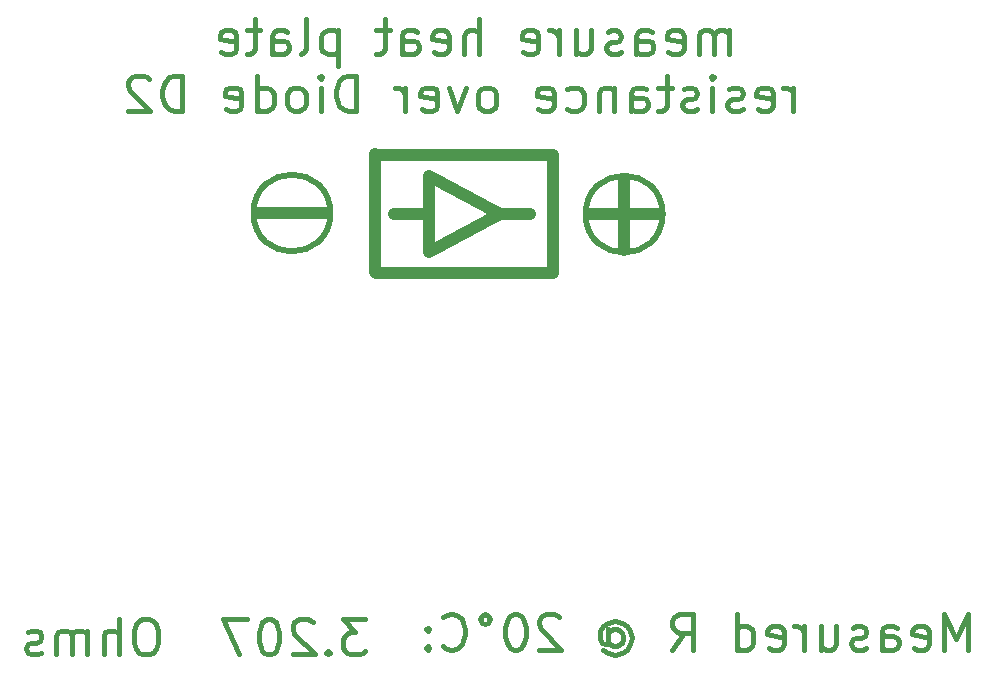
<source format=gbr>
%TF.GenerationSoftware,KiCad,Pcbnew,8.0.8*%
%TF.CreationDate,2025-01-24T10:54:45+05:30*%
%TF.ProjectId,heatPlate,68656174-506c-4617-9465-2e6b69636164,rev?*%
%TF.SameCoordinates,Original*%
%TF.FileFunction,Legend,Bot*%
%TF.FilePolarity,Positive*%
%FSLAX46Y46*%
G04 Gerber Fmt 4.6, Leading zero omitted, Abs format (unit mm)*
G04 Created by KiCad (PCBNEW 8.0.8) date 2025-01-24 10:54:45*
%MOMM*%
%LPD*%
G01*
G04 APERTURE LIST*
%ADD10C,1.000000*%
%ADD11C,0.500000*%
%ADD12C,0.400000*%
G04 APERTURE END LIST*
D10*
X124700000Y-147000000D02*
X109700000Y-147000000D01*
X133700000Y-142000000D02*
X127700000Y-142000000D01*
X105580000Y-141910000D02*
X99580000Y-141910000D01*
X130700000Y-145000000D02*
X130700000Y-139000000D01*
X124700000Y-137000000D02*
X109700000Y-137000000D01*
X114200000Y-145250000D02*
X114200000Y-138750000D01*
X109580000Y-146910000D02*
X109580000Y-136910000D01*
X114200000Y-138750000D02*
X120200000Y-142000000D01*
D11*
X133950000Y-142000000D02*
G75*
G02*
X127450000Y-142000000I-3250000J0D01*
G01*
X127450000Y-142000000D02*
G75*
G02*
X133950000Y-142000000I3250000J0D01*
G01*
D10*
X119700000Y-142000000D02*
X122700000Y-142000000D01*
D11*
X105830000Y-141910000D02*
G75*
G02*
X99330000Y-141910000I-3250000J0D01*
G01*
X99330000Y-141910000D02*
G75*
G02*
X105830000Y-141910000I3250000J0D01*
G01*
D10*
X124700000Y-147000000D02*
X124700000Y-137000000D01*
X120200000Y-142000000D02*
X114200000Y-145250000D01*
X114200000Y-142000000D02*
X111200000Y-142000000D01*
D12*
X108778870Y-176277057D02*
X106921727Y-176277057D01*
X106921727Y-176277057D02*
X107921727Y-177419914D01*
X107921727Y-177419914D02*
X107493156Y-177419914D01*
X107493156Y-177419914D02*
X107207442Y-177562771D01*
X107207442Y-177562771D02*
X107064584Y-177705628D01*
X107064584Y-177705628D02*
X106921727Y-177991342D01*
X106921727Y-177991342D02*
X106921727Y-178705628D01*
X106921727Y-178705628D02*
X107064584Y-178991342D01*
X107064584Y-178991342D02*
X107207442Y-179134200D01*
X107207442Y-179134200D02*
X107493156Y-179277057D01*
X107493156Y-179277057D02*
X108350299Y-179277057D01*
X108350299Y-179277057D02*
X108636013Y-179134200D01*
X108636013Y-179134200D02*
X108778870Y-178991342D01*
X105636013Y-178991342D02*
X105493156Y-179134200D01*
X105493156Y-179134200D02*
X105636013Y-179277057D01*
X105636013Y-179277057D02*
X105778870Y-179134200D01*
X105778870Y-179134200D02*
X105636013Y-178991342D01*
X105636013Y-178991342D02*
X105636013Y-179277057D01*
X104350299Y-176562771D02*
X104207442Y-176419914D01*
X104207442Y-176419914D02*
X103921728Y-176277057D01*
X103921728Y-176277057D02*
X103207442Y-176277057D01*
X103207442Y-176277057D02*
X102921728Y-176419914D01*
X102921728Y-176419914D02*
X102778870Y-176562771D01*
X102778870Y-176562771D02*
X102636013Y-176848485D01*
X102636013Y-176848485D02*
X102636013Y-177134200D01*
X102636013Y-177134200D02*
X102778870Y-177562771D01*
X102778870Y-177562771D02*
X104493156Y-179277057D01*
X104493156Y-179277057D02*
X102636013Y-179277057D01*
X100778870Y-176277057D02*
X100493156Y-176277057D01*
X100493156Y-176277057D02*
X100207442Y-176419914D01*
X100207442Y-176419914D02*
X100064585Y-176562771D01*
X100064585Y-176562771D02*
X99921727Y-176848485D01*
X99921727Y-176848485D02*
X99778870Y-177419914D01*
X99778870Y-177419914D02*
X99778870Y-178134200D01*
X99778870Y-178134200D02*
X99921727Y-178705628D01*
X99921727Y-178705628D02*
X100064585Y-178991342D01*
X100064585Y-178991342D02*
X100207442Y-179134200D01*
X100207442Y-179134200D02*
X100493156Y-179277057D01*
X100493156Y-179277057D02*
X100778870Y-179277057D01*
X100778870Y-179277057D02*
X101064585Y-179134200D01*
X101064585Y-179134200D02*
X101207442Y-178991342D01*
X101207442Y-178991342D02*
X101350299Y-178705628D01*
X101350299Y-178705628D02*
X101493156Y-178134200D01*
X101493156Y-178134200D02*
X101493156Y-177419914D01*
X101493156Y-177419914D02*
X101350299Y-176848485D01*
X101350299Y-176848485D02*
X101207442Y-176562771D01*
X101207442Y-176562771D02*
X101064585Y-176419914D01*
X101064585Y-176419914D02*
X100778870Y-176277057D01*
X98778870Y-176277057D02*
X96778870Y-176277057D01*
X96778870Y-176277057D02*
X98064584Y-179277057D01*
X90493156Y-176277057D02*
X89921728Y-176277057D01*
X89921728Y-176277057D02*
X89636013Y-176419914D01*
X89636013Y-176419914D02*
X89350299Y-176705628D01*
X89350299Y-176705628D02*
X89207442Y-177277057D01*
X89207442Y-177277057D02*
X89207442Y-178277057D01*
X89207442Y-178277057D02*
X89350299Y-178848485D01*
X89350299Y-178848485D02*
X89636013Y-179134200D01*
X89636013Y-179134200D02*
X89921728Y-179277057D01*
X89921728Y-179277057D02*
X90493156Y-179277057D01*
X90493156Y-179277057D02*
X90778871Y-179134200D01*
X90778871Y-179134200D02*
X91064585Y-178848485D01*
X91064585Y-178848485D02*
X91207442Y-178277057D01*
X91207442Y-178277057D02*
X91207442Y-177277057D01*
X91207442Y-177277057D02*
X91064585Y-176705628D01*
X91064585Y-176705628D02*
X90778871Y-176419914D01*
X90778871Y-176419914D02*
X90493156Y-176277057D01*
X87921728Y-179277057D02*
X87921728Y-176277057D01*
X86636014Y-179277057D02*
X86636014Y-177705628D01*
X86636014Y-177705628D02*
X86778871Y-177419914D01*
X86778871Y-177419914D02*
X87064585Y-177277057D01*
X87064585Y-177277057D02*
X87493156Y-177277057D01*
X87493156Y-177277057D02*
X87778871Y-177419914D01*
X87778871Y-177419914D02*
X87921728Y-177562771D01*
X85207442Y-179277057D02*
X85207442Y-177277057D01*
X85207442Y-177562771D02*
X85064585Y-177419914D01*
X85064585Y-177419914D02*
X84778870Y-177277057D01*
X84778870Y-177277057D02*
X84350299Y-177277057D01*
X84350299Y-177277057D02*
X84064585Y-177419914D01*
X84064585Y-177419914D02*
X83921728Y-177705628D01*
X83921728Y-177705628D02*
X83921728Y-179277057D01*
X83921728Y-177705628D02*
X83778870Y-177419914D01*
X83778870Y-177419914D02*
X83493156Y-177277057D01*
X83493156Y-177277057D02*
X83064585Y-177277057D01*
X83064585Y-177277057D02*
X82778870Y-177419914D01*
X82778870Y-177419914D02*
X82636013Y-177705628D01*
X82636013Y-177705628D02*
X82636013Y-179277057D01*
X81350299Y-179134200D02*
X81064585Y-179277057D01*
X81064585Y-179277057D02*
X80493156Y-179277057D01*
X80493156Y-179277057D02*
X80207442Y-179134200D01*
X80207442Y-179134200D02*
X80064585Y-178848485D01*
X80064585Y-178848485D02*
X80064585Y-178705628D01*
X80064585Y-178705628D02*
X80207442Y-178419914D01*
X80207442Y-178419914D02*
X80493156Y-178277057D01*
X80493156Y-178277057D02*
X80921728Y-178277057D01*
X80921728Y-178277057D02*
X81207442Y-178134200D01*
X81207442Y-178134200D02*
X81350299Y-177848485D01*
X81350299Y-177848485D02*
X81350299Y-177705628D01*
X81350299Y-177705628D02*
X81207442Y-177419914D01*
X81207442Y-177419914D02*
X80921728Y-177277057D01*
X80921728Y-177277057D02*
X80493156Y-177277057D01*
X80493156Y-177277057D02*
X80207442Y-177419914D01*
X159791728Y-178867057D02*
X159791728Y-175867057D01*
X159791728Y-175867057D02*
X158791728Y-178009914D01*
X158791728Y-178009914D02*
X157791728Y-175867057D01*
X157791728Y-175867057D02*
X157791728Y-178867057D01*
X155220300Y-178724200D02*
X155506014Y-178867057D01*
X155506014Y-178867057D02*
X156077443Y-178867057D01*
X156077443Y-178867057D02*
X156363157Y-178724200D01*
X156363157Y-178724200D02*
X156506014Y-178438485D01*
X156506014Y-178438485D02*
X156506014Y-177295628D01*
X156506014Y-177295628D02*
X156363157Y-177009914D01*
X156363157Y-177009914D02*
X156077443Y-176867057D01*
X156077443Y-176867057D02*
X155506014Y-176867057D01*
X155506014Y-176867057D02*
X155220300Y-177009914D01*
X155220300Y-177009914D02*
X155077443Y-177295628D01*
X155077443Y-177295628D02*
X155077443Y-177581342D01*
X155077443Y-177581342D02*
X156506014Y-177867057D01*
X152506014Y-178867057D02*
X152506014Y-177295628D01*
X152506014Y-177295628D02*
X152648871Y-177009914D01*
X152648871Y-177009914D02*
X152934585Y-176867057D01*
X152934585Y-176867057D02*
X153506014Y-176867057D01*
X153506014Y-176867057D02*
X153791728Y-177009914D01*
X152506014Y-178724200D02*
X152791728Y-178867057D01*
X152791728Y-178867057D02*
X153506014Y-178867057D01*
X153506014Y-178867057D02*
X153791728Y-178724200D01*
X153791728Y-178724200D02*
X153934585Y-178438485D01*
X153934585Y-178438485D02*
X153934585Y-178152771D01*
X153934585Y-178152771D02*
X153791728Y-177867057D01*
X153791728Y-177867057D02*
X153506014Y-177724200D01*
X153506014Y-177724200D02*
X152791728Y-177724200D01*
X152791728Y-177724200D02*
X152506014Y-177581342D01*
X151220299Y-178724200D02*
X150934585Y-178867057D01*
X150934585Y-178867057D02*
X150363156Y-178867057D01*
X150363156Y-178867057D02*
X150077442Y-178724200D01*
X150077442Y-178724200D02*
X149934585Y-178438485D01*
X149934585Y-178438485D02*
X149934585Y-178295628D01*
X149934585Y-178295628D02*
X150077442Y-178009914D01*
X150077442Y-178009914D02*
X150363156Y-177867057D01*
X150363156Y-177867057D02*
X150791728Y-177867057D01*
X150791728Y-177867057D02*
X151077442Y-177724200D01*
X151077442Y-177724200D02*
X151220299Y-177438485D01*
X151220299Y-177438485D02*
X151220299Y-177295628D01*
X151220299Y-177295628D02*
X151077442Y-177009914D01*
X151077442Y-177009914D02*
X150791728Y-176867057D01*
X150791728Y-176867057D02*
X150363156Y-176867057D01*
X150363156Y-176867057D02*
X150077442Y-177009914D01*
X147363157Y-176867057D02*
X147363157Y-178867057D01*
X148648871Y-176867057D02*
X148648871Y-178438485D01*
X148648871Y-178438485D02*
X148506014Y-178724200D01*
X148506014Y-178724200D02*
X148220299Y-178867057D01*
X148220299Y-178867057D02*
X147791728Y-178867057D01*
X147791728Y-178867057D02*
X147506014Y-178724200D01*
X147506014Y-178724200D02*
X147363157Y-178581342D01*
X145934585Y-178867057D02*
X145934585Y-176867057D01*
X145934585Y-177438485D02*
X145791728Y-177152771D01*
X145791728Y-177152771D02*
X145648871Y-177009914D01*
X145648871Y-177009914D02*
X145363156Y-176867057D01*
X145363156Y-176867057D02*
X145077442Y-176867057D01*
X142934585Y-178724200D02*
X143220299Y-178867057D01*
X143220299Y-178867057D02*
X143791728Y-178867057D01*
X143791728Y-178867057D02*
X144077442Y-178724200D01*
X144077442Y-178724200D02*
X144220299Y-178438485D01*
X144220299Y-178438485D02*
X144220299Y-177295628D01*
X144220299Y-177295628D02*
X144077442Y-177009914D01*
X144077442Y-177009914D02*
X143791728Y-176867057D01*
X143791728Y-176867057D02*
X143220299Y-176867057D01*
X143220299Y-176867057D02*
X142934585Y-177009914D01*
X142934585Y-177009914D02*
X142791728Y-177295628D01*
X142791728Y-177295628D02*
X142791728Y-177581342D01*
X142791728Y-177581342D02*
X144220299Y-177867057D01*
X140220299Y-178867057D02*
X140220299Y-175867057D01*
X140220299Y-178724200D02*
X140506013Y-178867057D01*
X140506013Y-178867057D02*
X141077441Y-178867057D01*
X141077441Y-178867057D02*
X141363156Y-178724200D01*
X141363156Y-178724200D02*
X141506013Y-178581342D01*
X141506013Y-178581342D02*
X141648870Y-178295628D01*
X141648870Y-178295628D02*
X141648870Y-177438485D01*
X141648870Y-177438485D02*
X141506013Y-177152771D01*
X141506013Y-177152771D02*
X141363156Y-177009914D01*
X141363156Y-177009914D02*
X141077441Y-176867057D01*
X141077441Y-176867057D02*
X140506013Y-176867057D01*
X140506013Y-176867057D02*
X140220299Y-177009914D01*
X134791727Y-178867057D02*
X135791727Y-177438485D01*
X136506013Y-178867057D02*
X136506013Y-175867057D01*
X136506013Y-175867057D02*
X135363156Y-175867057D01*
X135363156Y-175867057D02*
X135077441Y-176009914D01*
X135077441Y-176009914D02*
X134934584Y-176152771D01*
X134934584Y-176152771D02*
X134791727Y-176438485D01*
X134791727Y-176438485D02*
X134791727Y-176867057D01*
X134791727Y-176867057D02*
X134934584Y-177152771D01*
X134934584Y-177152771D02*
X135077441Y-177295628D01*
X135077441Y-177295628D02*
X135363156Y-177438485D01*
X135363156Y-177438485D02*
X136506013Y-177438485D01*
X129363156Y-177438485D02*
X129506013Y-177295628D01*
X129506013Y-177295628D02*
X129791727Y-177152771D01*
X129791727Y-177152771D02*
X130077442Y-177152771D01*
X130077442Y-177152771D02*
X130363156Y-177295628D01*
X130363156Y-177295628D02*
X130506013Y-177438485D01*
X130506013Y-177438485D02*
X130648870Y-177724200D01*
X130648870Y-177724200D02*
X130648870Y-178009914D01*
X130648870Y-178009914D02*
X130506013Y-178295628D01*
X130506013Y-178295628D02*
X130363156Y-178438485D01*
X130363156Y-178438485D02*
X130077442Y-178581342D01*
X130077442Y-178581342D02*
X129791727Y-178581342D01*
X129791727Y-178581342D02*
X129506013Y-178438485D01*
X129506013Y-178438485D02*
X129363156Y-178295628D01*
X129363156Y-177152771D02*
X129363156Y-178295628D01*
X129363156Y-178295628D02*
X129220299Y-178438485D01*
X129220299Y-178438485D02*
X129077442Y-178438485D01*
X129077442Y-178438485D02*
X128791727Y-178295628D01*
X128791727Y-178295628D02*
X128648870Y-178009914D01*
X128648870Y-178009914D02*
X128648870Y-177295628D01*
X128648870Y-177295628D02*
X128934585Y-176867057D01*
X128934585Y-176867057D02*
X129363156Y-176581342D01*
X129363156Y-176581342D02*
X129934585Y-176438485D01*
X129934585Y-176438485D02*
X130506013Y-176581342D01*
X130506013Y-176581342D02*
X130934585Y-176867057D01*
X130934585Y-176867057D02*
X131220299Y-177295628D01*
X131220299Y-177295628D02*
X131363156Y-177867057D01*
X131363156Y-177867057D02*
X131220299Y-178438485D01*
X131220299Y-178438485D02*
X130934585Y-178867057D01*
X130934585Y-178867057D02*
X130506013Y-179152771D01*
X130506013Y-179152771D02*
X129934585Y-179295628D01*
X129934585Y-179295628D02*
X129363156Y-179152771D01*
X129363156Y-179152771D02*
X128934585Y-178867057D01*
X125220299Y-176152771D02*
X125077442Y-176009914D01*
X125077442Y-176009914D02*
X124791728Y-175867057D01*
X124791728Y-175867057D02*
X124077442Y-175867057D01*
X124077442Y-175867057D02*
X123791728Y-176009914D01*
X123791728Y-176009914D02*
X123648870Y-176152771D01*
X123648870Y-176152771D02*
X123506013Y-176438485D01*
X123506013Y-176438485D02*
X123506013Y-176724200D01*
X123506013Y-176724200D02*
X123648870Y-177152771D01*
X123648870Y-177152771D02*
X125363156Y-178867057D01*
X125363156Y-178867057D02*
X123506013Y-178867057D01*
X121648870Y-175867057D02*
X121363156Y-175867057D01*
X121363156Y-175867057D02*
X121077442Y-176009914D01*
X121077442Y-176009914D02*
X120934585Y-176152771D01*
X120934585Y-176152771D02*
X120791727Y-176438485D01*
X120791727Y-176438485D02*
X120648870Y-177009914D01*
X120648870Y-177009914D02*
X120648870Y-177724200D01*
X120648870Y-177724200D02*
X120791727Y-178295628D01*
X120791727Y-178295628D02*
X120934585Y-178581342D01*
X120934585Y-178581342D02*
X121077442Y-178724200D01*
X121077442Y-178724200D02*
X121363156Y-178867057D01*
X121363156Y-178867057D02*
X121648870Y-178867057D01*
X121648870Y-178867057D02*
X121934585Y-178724200D01*
X121934585Y-178724200D02*
X122077442Y-178581342D01*
X122077442Y-178581342D02*
X122220299Y-178295628D01*
X122220299Y-178295628D02*
X122363156Y-177724200D01*
X122363156Y-177724200D02*
X122363156Y-177009914D01*
X122363156Y-177009914D02*
X122220299Y-176438485D01*
X122220299Y-176438485D02*
X122077442Y-176152771D01*
X122077442Y-176152771D02*
X121934585Y-176009914D01*
X121934585Y-176009914D02*
X121648870Y-175867057D01*
X118934584Y-175867057D02*
X119220299Y-176009914D01*
X119220299Y-176009914D02*
X119363156Y-176295628D01*
X119363156Y-176295628D02*
X119220299Y-176581342D01*
X119220299Y-176581342D02*
X118934584Y-176724200D01*
X118934584Y-176724200D02*
X118648870Y-176581342D01*
X118648870Y-176581342D02*
X118506013Y-176295628D01*
X118506013Y-176295628D02*
X118648870Y-176009914D01*
X118648870Y-176009914D02*
X118934584Y-175867057D01*
X115363156Y-178581342D02*
X115506013Y-178724200D01*
X115506013Y-178724200D02*
X115934585Y-178867057D01*
X115934585Y-178867057D02*
X116220299Y-178867057D01*
X116220299Y-178867057D02*
X116648870Y-178724200D01*
X116648870Y-178724200D02*
X116934585Y-178438485D01*
X116934585Y-178438485D02*
X117077442Y-178152771D01*
X117077442Y-178152771D02*
X117220299Y-177581342D01*
X117220299Y-177581342D02*
X117220299Y-177152771D01*
X117220299Y-177152771D02*
X117077442Y-176581342D01*
X117077442Y-176581342D02*
X116934585Y-176295628D01*
X116934585Y-176295628D02*
X116648870Y-176009914D01*
X116648870Y-176009914D02*
X116220299Y-175867057D01*
X116220299Y-175867057D02*
X115934585Y-175867057D01*
X115934585Y-175867057D02*
X115506013Y-176009914D01*
X115506013Y-176009914D02*
X115363156Y-176152771D01*
X114077442Y-178581342D02*
X113934585Y-178724200D01*
X113934585Y-178724200D02*
X114077442Y-178867057D01*
X114077442Y-178867057D02*
X114220299Y-178724200D01*
X114220299Y-178724200D02*
X114077442Y-178581342D01*
X114077442Y-178581342D02*
X114077442Y-178867057D01*
X114077442Y-177009914D02*
X113934585Y-177152771D01*
X113934585Y-177152771D02*
X114077442Y-177295628D01*
X114077442Y-177295628D02*
X114220299Y-177152771D01*
X114220299Y-177152771D02*
X114077442Y-177009914D01*
X114077442Y-177009914D02*
X114077442Y-177295628D01*
X139592858Y-128452141D02*
X139592858Y-126452141D01*
X139592858Y-126737855D02*
X139450001Y-126594998D01*
X139450001Y-126594998D02*
X139164286Y-126452141D01*
X139164286Y-126452141D02*
X138735715Y-126452141D01*
X138735715Y-126452141D02*
X138450001Y-126594998D01*
X138450001Y-126594998D02*
X138307144Y-126880712D01*
X138307144Y-126880712D02*
X138307144Y-128452141D01*
X138307144Y-126880712D02*
X138164286Y-126594998D01*
X138164286Y-126594998D02*
X137878572Y-126452141D01*
X137878572Y-126452141D02*
X137450001Y-126452141D01*
X137450001Y-126452141D02*
X137164286Y-126594998D01*
X137164286Y-126594998D02*
X137021429Y-126880712D01*
X137021429Y-126880712D02*
X137021429Y-128452141D01*
X134450001Y-128309284D02*
X134735715Y-128452141D01*
X134735715Y-128452141D02*
X135307144Y-128452141D01*
X135307144Y-128452141D02*
X135592858Y-128309284D01*
X135592858Y-128309284D02*
X135735715Y-128023569D01*
X135735715Y-128023569D02*
X135735715Y-126880712D01*
X135735715Y-126880712D02*
X135592858Y-126594998D01*
X135592858Y-126594998D02*
X135307144Y-126452141D01*
X135307144Y-126452141D02*
X134735715Y-126452141D01*
X134735715Y-126452141D02*
X134450001Y-126594998D01*
X134450001Y-126594998D02*
X134307144Y-126880712D01*
X134307144Y-126880712D02*
X134307144Y-127166426D01*
X134307144Y-127166426D02*
X135735715Y-127452141D01*
X131735715Y-128452141D02*
X131735715Y-126880712D01*
X131735715Y-126880712D02*
X131878572Y-126594998D01*
X131878572Y-126594998D02*
X132164286Y-126452141D01*
X132164286Y-126452141D02*
X132735715Y-126452141D01*
X132735715Y-126452141D02*
X133021429Y-126594998D01*
X131735715Y-128309284D02*
X132021429Y-128452141D01*
X132021429Y-128452141D02*
X132735715Y-128452141D01*
X132735715Y-128452141D02*
X133021429Y-128309284D01*
X133021429Y-128309284D02*
X133164286Y-128023569D01*
X133164286Y-128023569D02*
X133164286Y-127737855D01*
X133164286Y-127737855D02*
X133021429Y-127452141D01*
X133021429Y-127452141D02*
X132735715Y-127309284D01*
X132735715Y-127309284D02*
X132021429Y-127309284D01*
X132021429Y-127309284D02*
X131735715Y-127166426D01*
X130450000Y-128309284D02*
X130164286Y-128452141D01*
X130164286Y-128452141D02*
X129592857Y-128452141D01*
X129592857Y-128452141D02*
X129307143Y-128309284D01*
X129307143Y-128309284D02*
X129164286Y-128023569D01*
X129164286Y-128023569D02*
X129164286Y-127880712D01*
X129164286Y-127880712D02*
X129307143Y-127594998D01*
X129307143Y-127594998D02*
X129592857Y-127452141D01*
X129592857Y-127452141D02*
X130021429Y-127452141D01*
X130021429Y-127452141D02*
X130307143Y-127309284D01*
X130307143Y-127309284D02*
X130450000Y-127023569D01*
X130450000Y-127023569D02*
X130450000Y-126880712D01*
X130450000Y-126880712D02*
X130307143Y-126594998D01*
X130307143Y-126594998D02*
X130021429Y-126452141D01*
X130021429Y-126452141D02*
X129592857Y-126452141D01*
X129592857Y-126452141D02*
X129307143Y-126594998D01*
X126592858Y-126452141D02*
X126592858Y-128452141D01*
X127878572Y-126452141D02*
X127878572Y-128023569D01*
X127878572Y-128023569D02*
X127735715Y-128309284D01*
X127735715Y-128309284D02*
X127450000Y-128452141D01*
X127450000Y-128452141D02*
X127021429Y-128452141D01*
X127021429Y-128452141D02*
X126735715Y-128309284D01*
X126735715Y-128309284D02*
X126592858Y-128166426D01*
X125164286Y-128452141D02*
X125164286Y-126452141D01*
X125164286Y-127023569D02*
X125021429Y-126737855D01*
X125021429Y-126737855D02*
X124878572Y-126594998D01*
X124878572Y-126594998D02*
X124592857Y-126452141D01*
X124592857Y-126452141D02*
X124307143Y-126452141D01*
X122164286Y-128309284D02*
X122450000Y-128452141D01*
X122450000Y-128452141D02*
X123021429Y-128452141D01*
X123021429Y-128452141D02*
X123307143Y-128309284D01*
X123307143Y-128309284D02*
X123450000Y-128023569D01*
X123450000Y-128023569D02*
X123450000Y-126880712D01*
X123450000Y-126880712D02*
X123307143Y-126594998D01*
X123307143Y-126594998D02*
X123021429Y-126452141D01*
X123021429Y-126452141D02*
X122450000Y-126452141D01*
X122450000Y-126452141D02*
X122164286Y-126594998D01*
X122164286Y-126594998D02*
X122021429Y-126880712D01*
X122021429Y-126880712D02*
X122021429Y-127166426D01*
X122021429Y-127166426D02*
X123450000Y-127452141D01*
X118450000Y-128452141D02*
X118450000Y-125452141D01*
X117164286Y-128452141D02*
X117164286Y-126880712D01*
X117164286Y-126880712D02*
X117307143Y-126594998D01*
X117307143Y-126594998D02*
X117592857Y-126452141D01*
X117592857Y-126452141D02*
X118021428Y-126452141D01*
X118021428Y-126452141D02*
X118307143Y-126594998D01*
X118307143Y-126594998D02*
X118450000Y-126737855D01*
X114592857Y-128309284D02*
X114878571Y-128452141D01*
X114878571Y-128452141D02*
X115450000Y-128452141D01*
X115450000Y-128452141D02*
X115735714Y-128309284D01*
X115735714Y-128309284D02*
X115878571Y-128023569D01*
X115878571Y-128023569D02*
X115878571Y-126880712D01*
X115878571Y-126880712D02*
X115735714Y-126594998D01*
X115735714Y-126594998D02*
X115450000Y-126452141D01*
X115450000Y-126452141D02*
X114878571Y-126452141D01*
X114878571Y-126452141D02*
X114592857Y-126594998D01*
X114592857Y-126594998D02*
X114450000Y-126880712D01*
X114450000Y-126880712D02*
X114450000Y-127166426D01*
X114450000Y-127166426D02*
X115878571Y-127452141D01*
X111878571Y-128452141D02*
X111878571Y-126880712D01*
X111878571Y-126880712D02*
X112021428Y-126594998D01*
X112021428Y-126594998D02*
X112307142Y-126452141D01*
X112307142Y-126452141D02*
X112878571Y-126452141D01*
X112878571Y-126452141D02*
X113164285Y-126594998D01*
X111878571Y-128309284D02*
X112164285Y-128452141D01*
X112164285Y-128452141D02*
X112878571Y-128452141D01*
X112878571Y-128452141D02*
X113164285Y-128309284D01*
X113164285Y-128309284D02*
X113307142Y-128023569D01*
X113307142Y-128023569D02*
X113307142Y-127737855D01*
X113307142Y-127737855D02*
X113164285Y-127452141D01*
X113164285Y-127452141D02*
X112878571Y-127309284D01*
X112878571Y-127309284D02*
X112164285Y-127309284D01*
X112164285Y-127309284D02*
X111878571Y-127166426D01*
X110878570Y-126452141D02*
X109735713Y-126452141D01*
X110449999Y-125452141D02*
X110449999Y-128023569D01*
X110449999Y-128023569D02*
X110307142Y-128309284D01*
X110307142Y-128309284D02*
X110021427Y-128452141D01*
X110021427Y-128452141D02*
X109735713Y-128452141D01*
X106449999Y-126452141D02*
X106449999Y-129452141D01*
X106449999Y-126594998D02*
X106164285Y-126452141D01*
X106164285Y-126452141D02*
X105592856Y-126452141D01*
X105592856Y-126452141D02*
X105307142Y-126594998D01*
X105307142Y-126594998D02*
X105164285Y-126737855D01*
X105164285Y-126737855D02*
X105021427Y-127023569D01*
X105021427Y-127023569D02*
X105021427Y-127880712D01*
X105021427Y-127880712D02*
X105164285Y-128166426D01*
X105164285Y-128166426D02*
X105307142Y-128309284D01*
X105307142Y-128309284D02*
X105592856Y-128452141D01*
X105592856Y-128452141D02*
X106164285Y-128452141D01*
X106164285Y-128452141D02*
X106449999Y-128309284D01*
X103307141Y-128452141D02*
X103592856Y-128309284D01*
X103592856Y-128309284D02*
X103735713Y-128023569D01*
X103735713Y-128023569D02*
X103735713Y-125452141D01*
X100878570Y-128452141D02*
X100878570Y-126880712D01*
X100878570Y-126880712D02*
X101021427Y-126594998D01*
X101021427Y-126594998D02*
X101307141Y-126452141D01*
X101307141Y-126452141D02*
X101878570Y-126452141D01*
X101878570Y-126452141D02*
X102164284Y-126594998D01*
X100878570Y-128309284D02*
X101164284Y-128452141D01*
X101164284Y-128452141D02*
X101878570Y-128452141D01*
X101878570Y-128452141D02*
X102164284Y-128309284D01*
X102164284Y-128309284D02*
X102307141Y-128023569D01*
X102307141Y-128023569D02*
X102307141Y-127737855D01*
X102307141Y-127737855D02*
X102164284Y-127452141D01*
X102164284Y-127452141D02*
X101878570Y-127309284D01*
X101878570Y-127309284D02*
X101164284Y-127309284D01*
X101164284Y-127309284D02*
X100878570Y-127166426D01*
X99878569Y-126452141D02*
X98735712Y-126452141D01*
X99449998Y-125452141D02*
X99449998Y-128023569D01*
X99449998Y-128023569D02*
X99307141Y-128309284D01*
X99307141Y-128309284D02*
X99021426Y-128452141D01*
X99021426Y-128452141D02*
X98735712Y-128452141D01*
X96592855Y-128309284D02*
X96878569Y-128452141D01*
X96878569Y-128452141D02*
X97449998Y-128452141D01*
X97449998Y-128452141D02*
X97735712Y-128309284D01*
X97735712Y-128309284D02*
X97878569Y-128023569D01*
X97878569Y-128023569D02*
X97878569Y-126880712D01*
X97878569Y-126880712D02*
X97735712Y-126594998D01*
X97735712Y-126594998D02*
X97449998Y-126452141D01*
X97449998Y-126452141D02*
X96878569Y-126452141D01*
X96878569Y-126452141D02*
X96592855Y-126594998D01*
X96592855Y-126594998D02*
X96449998Y-126880712D01*
X96449998Y-126880712D02*
X96449998Y-127166426D01*
X96449998Y-127166426D02*
X97878569Y-127452141D01*
X145021429Y-133281973D02*
X145021429Y-131281973D01*
X145021429Y-131853401D02*
X144878572Y-131567687D01*
X144878572Y-131567687D02*
X144735715Y-131424830D01*
X144735715Y-131424830D02*
X144450000Y-131281973D01*
X144450000Y-131281973D02*
X144164286Y-131281973D01*
X142021429Y-133139116D02*
X142307143Y-133281973D01*
X142307143Y-133281973D02*
X142878572Y-133281973D01*
X142878572Y-133281973D02*
X143164286Y-133139116D01*
X143164286Y-133139116D02*
X143307143Y-132853401D01*
X143307143Y-132853401D02*
X143307143Y-131710544D01*
X143307143Y-131710544D02*
X143164286Y-131424830D01*
X143164286Y-131424830D02*
X142878572Y-131281973D01*
X142878572Y-131281973D02*
X142307143Y-131281973D01*
X142307143Y-131281973D02*
X142021429Y-131424830D01*
X142021429Y-131424830D02*
X141878572Y-131710544D01*
X141878572Y-131710544D02*
X141878572Y-131996258D01*
X141878572Y-131996258D02*
X143307143Y-132281973D01*
X140735714Y-133139116D02*
X140450000Y-133281973D01*
X140450000Y-133281973D02*
X139878571Y-133281973D01*
X139878571Y-133281973D02*
X139592857Y-133139116D01*
X139592857Y-133139116D02*
X139450000Y-132853401D01*
X139450000Y-132853401D02*
X139450000Y-132710544D01*
X139450000Y-132710544D02*
X139592857Y-132424830D01*
X139592857Y-132424830D02*
X139878571Y-132281973D01*
X139878571Y-132281973D02*
X140307143Y-132281973D01*
X140307143Y-132281973D02*
X140592857Y-132139116D01*
X140592857Y-132139116D02*
X140735714Y-131853401D01*
X140735714Y-131853401D02*
X140735714Y-131710544D01*
X140735714Y-131710544D02*
X140592857Y-131424830D01*
X140592857Y-131424830D02*
X140307143Y-131281973D01*
X140307143Y-131281973D02*
X139878571Y-131281973D01*
X139878571Y-131281973D02*
X139592857Y-131424830D01*
X138164286Y-133281973D02*
X138164286Y-131281973D01*
X138164286Y-130281973D02*
X138307143Y-130424830D01*
X138307143Y-130424830D02*
X138164286Y-130567687D01*
X138164286Y-130567687D02*
X138021429Y-130424830D01*
X138021429Y-130424830D02*
X138164286Y-130281973D01*
X138164286Y-130281973D02*
X138164286Y-130567687D01*
X136878572Y-133139116D02*
X136592858Y-133281973D01*
X136592858Y-133281973D02*
X136021429Y-133281973D01*
X136021429Y-133281973D02*
X135735715Y-133139116D01*
X135735715Y-133139116D02*
X135592858Y-132853401D01*
X135592858Y-132853401D02*
X135592858Y-132710544D01*
X135592858Y-132710544D02*
X135735715Y-132424830D01*
X135735715Y-132424830D02*
X136021429Y-132281973D01*
X136021429Y-132281973D02*
X136450001Y-132281973D01*
X136450001Y-132281973D02*
X136735715Y-132139116D01*
X136735715Y-132139116D02*
X136878572Y-131853401D01*
X136878572Y-131853401D02*
X136878572Y-131710544D01*
X136878572Y-131710544D02*
X136735715Y-131424830D01*
X136735715Y-131424830D02*
X136450001Y-131281973D01*
X136450001Y-131281973D02*
X136021429Y-131281973D01*
X136021429Y-131281973D02*
X135735715Y-131424830D01*
X134735715Y-131281973D02*
X133592858Y-131281973D01*
X134307144Y-130281973D02*
X134307144Y-132853401D01*
X134307144Y-132853401D02*
X134164287Y-133139116D01*
X134164287Y-133139116D02*
X133878572Y-133281973D01*
X133878572Y-133281973D02*
X133592858Y-133281973D01*
X131307144Y-133281973D02*
X131307144Y-131710544D01*
X131307144Y-131710544D02*
X131450001Y-131424830D01*
X131450001Y-131424830D02*
X131735715Y-131281973D01*
X131735715Y-131281973D02*
X132307144Y-131281973D01*
X132307144Y-131281973D02*
X132592858Y-131424830D01*
X131307144Y-133139116D02*
X131592858Y-133281973D01*
X131592858Y-133281973D02*
X132307144Y-133281973D01*
X132307144Y-133281973D02*
X132592858Y-133139116D01*
X132592858Y-133139116D02*
X132735715Y-132853401D01*
X132735715Y-132853401D02*
X132735715Y-132567687D01*
X132735715Y-132567687D02*
X132592858Y-132281973D01*
X132592858Y-132281973D02*
X132307144Y-132139116D01*
X132307144Y-132139116D02*
X131592858Y-132139116D01*
X131592858Y-132139116D02*
X131307144Y-131996258D01*
X129878572Y-131281973D02*
X129878572Y-133281973D01*
X129878572Y-131567687D02*
X129735715Y-131424830D01*
X129735715Y-131424830D02*
X129450000Y-131281973D01*
X129450000Y-131281973D02*
X129021429Y-131281973D01*
X129021429Y-131281973D02*
X128735715Y-131424830D01*
X128735715Y-131424830D02*
X128592858Y-131710544D01*
X128592858Y-131710544D02*
X128592858Y-133281973D01*
X125878572Y-133139116D02*
X126164286Y-133281973D01*
X126164286Y-133281973D02*
X126735714Y-133281973D01*
X126735714Y-133281973D02*
X127021429Y-133139116D01*
X127021429Y-133139116D02*
X127164286Y-132996258D01*
X127164286Y-132996258D02*
X127307143Y-132710544D01*
X127307143Y-132710544D02*
X127307143Y-131853401D01*
X127307143Y-131853401D02*
X127164286Y-131567687D01*
X127164286Y-131567687D02*
X127021429Y-131424830D01*
X127021429Y-131424830D02*
X126735714Y-131281973D01*
X126735714Y-131281973D02*
X126164286Y-131281973D01*
X126164286Y-131281973D02*
X125878572Y-131424830D01*
X123450000Y-133139116D02*
X123735714Y-133281973D01*
X123735714Y-133281973D02*
X124307143Y-133281973D01*
X124307143Y-133281973D02*
X124592857Y-133139116D01*
X124592857Y-133139116D02*
X124735714Y-132853401D01*
X124735714Y-132853401D02*
X124735714Y-131710544D01*
X124735714Y-131710544D02*
X124592857Y-131424830D01*
X124592857Y-131424830D02*
X124307143Y-131281973D01*
X124307143Y-131281973D02*
X123735714Y-131281973D01*
X123735714Y-131281973D02*
X123450000Y-131424830D01*
X123450000Y-131424830D02*
X123307143Y-131710544D01*
X123307143Y-131710544D02*
X123307143Y-131996258D01*
X123307143Y-131996258D02*
X124735714Y-132281973D01*
X119307142Y-133281973D02*
X119592857Y-133139116D01*
X119592857Y-133139116D02*
X119735714Y-132996258D01*
X119735714Y-132996258D02*
X119878571Y-132710544D01*
X119878571Y-132710544D02*
X119878571Y-131853401D01*
X119878571Y-131853401D02*
X119735714Y-131567687D01*
X119735714Y-131567687D02*
X119592857Y-131424830D01*
X119592857Y-131424830D02*
X119307142Y-131281973D01*
X119307142Y-131281973D02*
X118878571Y-131281973D01*
X118878571Y-131281973D02*
X118592857Y-131424830D01*
X118592857Y-131424830D02*
X118450000Y-131567687D01*
X118450000Y-131567687D02*
X118307142Y-131853401D01*
X118307142Y-131853401D02*
X118307142Y-132710544D01*
X118307142Y-132710544D02*
X118450000Y-132996258D01*
X118450000Y-132996258D02*
X118592857Y-133139116D01*
X118592857Y-133139116D02*
X118878571Y-133281973D01*
X118878571Y-133281973D02*
X119307142Y-133281973D01*
X117307142Y-131281973D02*
X116592856Y-133281973D01*
X116592856Y-133281973D02*
X115878571Y-131281973D01*
X113592857Y-133139116D02*
X113878571Y-133281973D01*
X113878571Y-133281973D02*
X114450000Y-133281973D01*
X114450000Y-133281973D02*
X114735714Y-133139116D01*
X114735714Y-133139116D02*
X114878571Y-132853401D01*
X114878571Y-132853401D02*
X114878571Y-131710544D01*
X114878571Y-131710544D02*
X114735714Y-131424830D01*
X114735714Y-131424830D02*
X114450000Y-131281973D01*
X114450000Y-131281973D02*
X113878571Y-131281973D01*
X113878571Y-131281973D02*
X113592857Y-131424830D01*
X113592857Y-131424830D02*
X113450000Y-131710544D01*
X113450000Y-131710544D02*
X113450000Y-131996258D01*
X113450000Y-131996258D02*
X114878571Y-132281973D01*
X112164285Y-133281973D02*
X112164285Y-131281973D01*
X112164285Y-131853401D02*
X112021428Y-131567687D01*
X112021428Y-131567687D02*
X111878571Y-131424830D01*
X111878571Y-131424830D02*
X111592856Y-131281973D01*
X111592856Y-131281973D02*
X111307142Y-131281973D01*
X108021428Y-133281973D02*
X108021428Y-130281973D01*
X108021428Y-130281973D02*
X107307142Y-130281973D01*
X107307142Y-130281973D02*
X106878571Y-130424830D01*
X106878571Y-130424830D02*
X106592856Y-130710544D01*
X106592856Y-130710544D02*
X106449999Y-130996258D01*
X106449999Y-130996258D02*
X106307142Y-131567687D01*
X106307142Y-131567687D02*
X106307142Y-131996258D01*
X106307142Y-131996258D02*
X106449999Y-132567687D01*
X106449999Y-132567687D02*
X106592856Y-132853401D01*
X106592856Y-132853401D02*
X106878571Y-133139116D01*
X106878571Y-133139116D02*
X107307142Y-133281973D01*
X107307142Y-133281973D02*
X108021428Y-133281973D01*
X105021428Y-133281973D02*
X105021428Y-131281973D01*
X105021428Y-130281973D02*
X105164285Y-130424830D01*
X105164285Y-130424830D02*
X105021428Y-130567687D01*
X105021428Y-130567687D02*
X104878571Y-130424830D01*
X104878571Y-130424830D02*
X105021428Y-130281973D01*
X105021428Y-130281973D02*
X105021428Y-130567687D01*
X103164285Y-133281973D02*
X103450000Y-133139116D01*
X103450000Y-133139116D02*
X103592857Y-132996258D01*
X103592857Y-132996258D02*
X103735714Y-132710544D01*
X103735714Y-132710544D02*
X103735714Y-131853401D01*
X103735714Y-131853401D02*
X103592857Y-131567687D01*
X103592857Y-131567687D02*
X103450000Y-131424830D01*
X103450000Y-131424830D02*
X103164285Y-131281973D01*
X103164285Y-131281973D02*
X102735714Y-131281973D01*
X102735714Y-131281973D02*
X102450000Y-131424830D01*
X102450000Y-131424830D02*
X102307143Y-131567687D01*
X102307143Y-131567687D02*
X102164285Y-131853401D01*
X102164285Y-131853401D02*
X102164285Y-132710544D01*
X102164285Y-132710544D02*
X102307143Y-132996258D01*
X102307143Y-132996258D02*
X102450000Y-133139116D01*
X102450000Y-133139116D02*
X102735714Y-133281973D01*
X102735714Y-133281973D02*
X103164285Y-133281973D01*
X99592857Y-133281973D02*
X99592857Y-130281973D01*
X99592857Y-133139116D02*
X99878571Y-133281973D01*
X99878571Y-133281973D02*
X100449999Y-133281973D01*
X100449999Y-133281973D02*
X100735714Y-133139116D01*
X100735714Y-133139116D02*
X100878571Y-132996258D01*
X100878571Y-132996258D02*
X101021428Y-132710544D01*
X101021428Y-132710544D02*
X101021428Y-131853401D01*
X101021428Y-131853401D02*
X100878571Y-131567687D01*
X100878571Y-131567687D02*
X100735714Y-131424830D01*
X100735714Y-131424830D02*
X100449999Y-131281973D01*
X100449999Y-131281973D02*
X99878571Y-131281973D01*
X99878571Y-131281973D02*
X99592857Y-131424830D01*
X97021428Y-133139116D02*
X97307142Y-133281973D01*
X97307142Y-133281973D02*
X97878571Y-133281973D01*
X97878571Y-133281973D02*
X98164285Y-133139116D01*
X98164285Y-133139116D02*
X98307142Y-132853401D01*
X98307142Y-132853401D02*
X98307142Y-131710544D01*
X98307142Y-131710544D02*
X98164285Y-131424830D01*
X98164285Y-131424830D02*
X97878571Y-131281973D01*
X97878571Y-131281973D02*
X97307142Y-131281973D01*
X97307142Y-131281973D02*
X97021428Y-131424830D01*
X97021428Y-131424830D02*
X96878571Y-131710544D01*
X96878571Y-131710544D02*
X96878571Y-131996258D01*
X96878571Y-131996258D02*
X98307142Y-132281973D01*
X93307142Y-133281973D02*
X93307142Y-130281973D01*
X93307142Y-130281973D02*
X92592856Y-130281973D01*
X92592856Y-130281973D02*
X92164285Y-130424830D01*
X92164285Y-130424830D02*
X91878570Y-130710544D01*
X91878570Y-130710544D02*
X91735713Y-130996258D01*
X91735713Y-130996258D02*
X91592856Y-131567687D01*
X91592856Y-131567687D02*
X91592856Y-131996258D01*
X91592856Y-131996258D02*
X91735713Y-132567687D01*
X91735713Y-132567687D02*
X91878570Y-132853401D01*
X91878570Y-132853401D02*
X92164285Y-133139116D01*
X92164285Y-133139116D02*
X92592856Y-133281973D01*
X92592856Y-133281973D02*
X93307142Y-133281973D01*
X90449999Y-130567687D02*
X90307142Y-130424830D01*
X90307142Y-130424830D02*
X90021428Y-130281973D01*
X90021428Y-130281973D02*
X89307142Y-130281973D01*
X89307142Y-130281973D02*
X89021428Y-130424830D01*
X89021428Y-130424830D02*
X88878570Y-130567687D01*
X88878570Y-130567687D02*
X88735713Y-130853401D01*
X88735713Y-130853401D02*
X88735713Y-131139116D01*
X88735713Y-131139116D02*
X88878570Y-131567687D01*
X88878570Y-131567687D02*
X90592856Y-133281973D01*
X90592856Y-133281973D02*
X88735713Y-133281973D01*
M02*

</source>
